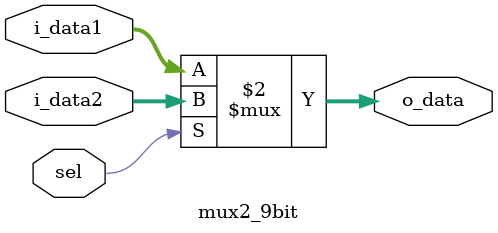
<source format=v>
`timescale 1ns / 1ps
module ID(i_clk, i_rst_n, RegWrite, i_next_pc, i_write_reg, i_write_data, i_data, o_next_pc, o_read_data1, o_read_data2,
  o_imm, o_tar_reg, o_des_reg, o_sor_reg, o_WB_control, o_MEM_control, o_EX_control, id_flush, hazard_to_id, o_jump);
  
  input i_clk, i_rst_n, RegWrite;
  input [4:0] i_write_reg;                                    //input wirte register
  input [31:0] i_next_pc, i_write_data, i_data;                //input next pc, write data, data(instruction) 
  input id_flush;
  input hazard_to_id;
  
  output [31:0] o_next_pc, o_read_data1, o_read_data2, o_imm;   //output next pc, read_data1, read_data2
  output [4:0] o_tar_reg, o_des_reg, o_sor_reg;                            //output target register, destination register
  output [1:0] o_WB_control;                                    //output WB control
  output [2:0] o_MEM_control;                                   //output MEM control
  output [3:0] o_EX_control;                                    //output EX control    
  output o_jump;
  
  wire [31:0] w_o_read_data1, w_o_read_data2;
  wire w_RegDst, w_Jump, w_Branch, w_MemRead, w_MemtoReg, w_MemWrite, w_ALUSrc, w_RegWrite;
  wire [1:0] w_ALUOp;
  wire [31:0] w_o_SEU;
  wire bubble_to_mx;
  wire [8:0] mx_to_id_ex;
  
  assign bubble_to_mx = id_flush | hazard_to_id;
  
  RF U0_RF(i_clk, i_rst_n, i_data[25:21], i_data[20:16], i_write_reg, i_write_data, RegWrite, w_o_read_data1, w_o_read_data2);
  R_ID_EX U1_ID_EX(i_clk, i_rst_n, i_next_pc, w_o_read_data1, w_o_read_data2, w_o_SEU, i_data[20:16], i_data[15:11], i_data[25:21], mx_to_id_ex[8:7], mx_to_id_ex[6:4], mx_to_id_ex[3:0],
  o_next_pc, o_read_data1, o_read_data2, o_imm, o_tar_reg, o_des_reg, o_sor_reg, o_WB_control, o_MEM_control, o_EX_control);
  MainControl U2_MainControl(i_data[31:26], w_RegDst, o_jump, w_Branch, w_MemRead, w_MemtoReg, w_ALUOp, w_MemWrite, w_ALUSrc, w_RegWrite);
  SEU U3_SEU(i_data[15:0], w_o_SEU);
  mux2_9bit U4_MUX(.i_data1({w_MemtoReg, w_RegWrite, w_MemWrite, w_MemRead, w_Branch, w_ALUSrc, w_ALUOp[1], w_ALUOp[0], w_RegDst}), .i_data2(0), .sel(bubble_to_mx), .o_data(mx_to_id_ex));
  
  
endmodule

module mux2_9bit(i_data1, i_data2, sel, o_data);
  input [8:0] i_data1, i_data2;
  input sel;
  output [8:0] o_data;
  
  assign o_data = (sel == 1'b0) ? i_data1 : i_data2;
  
endmodule

</source>
